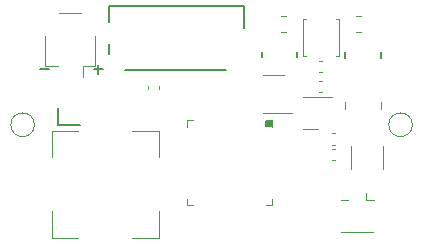
<source format=gbr>
%TF.GenerationSoftware,KiCad,Pcbnew,(5.1.6)-1*%
%TF.CreationDate,2020-08-10T23:05:38-07:00*%
%TF.ProjectId,Wire-Free-DAQ,57697265-2d46-4726-9565-2d4441512e6b,rev?*%
%TF.SameCoordinates,Original*%
%TF.FileFunction,Legend,Top*%
%TF.FilePolarity,Positive*%
%FSLAX46Y46*%
G04 Gerber Fmt 4.6, Leading zero omitted, Abs format (unit mm)*
G04 Created by KiCad (PCBNEW (5.1.6)-1) date 2020-08-10 23:05:38*
%MOMM*%
%LPD*%
G01*
G04 APERTURE LIST*
%ADD10C,0.120000*%
%ADD11C,0.150000*%
%ADD12C,0.100000*%
G04 APERTURE END LIST*
D10*
X152000000Y-54000000D02*
G75*
G03*
X152000000Y-54000000I-1000000J0D01*
G01*
X120000000Y-54000000D02*
G75*
G03*
X120000000Y-54000000I-1000000J0D01*
G01*
D11*
X120431847Y-49263228D02*
X121193752Y-49263228D01*
X125029247Y-49288628D02*
X125791152Y-49288628D01*
X125410200Y-49669580D02*
X125410200Y-48907676D01*
%TO.C,U1*%
G36*
X140006600Y-54109700D02*
G01*
X139606600Y-54109700D01*
X139606600Y-53709700D01*
X140006600Y-53709700D01*
X140006600Y-54109700D01*
G37*
X140006600Y-54109700D02*
X139606600Y-54109700D01*
X139606600Y-53709700D01*
X140006600Y-53709700D01*
X140006600Y-54109700D01*
D10*
X140086600Y-60789700D02*
X140086600Y-60269700D01*
X139566600Y-60789700D02*
X140086600Y-60789700D01*
X132926600Y-60789700D02*
X132926600Y-60269700D01*
X133446600Y-60789700D02*
X132926600Y-60789700D01*
X132926600Y-53629700D02*
X132926600Y-54149700D01*
X133446600Y-53629700D02*
X132926600Y-53629700D01*
X140086600Y-53629700D02*
X140086600Y-54149700D01*
X139566600Y-53629700D02*
X140086600Y-53629700D01*
%TO.C,J1*%
X123962600Y-44525600D02*
X122082600Y-44525600D01*
X120912600Y-48995600D02*
X121962600Y-48995600D01*
X120912600Y-46495600D02*
X120912600Y-48995600D01*
X124082600Y-48995600D02*
X124082600Y-49985600D01*
X125132600Y-48995600D02*
X124082600Y-48995600D01*
X125132600Y-46495600D02*
X125132600Y-48995600D01*
D12*
%TO.C,C62*%
X129578400Y-50743200D02*
X129578400Y-50993200D01*
X130538400Y-50743200D02*
X130538400Y-50993200D01*
D10*
%TO.C,U5*%
X139318400Y-53037000D02*
X141768400Y-53037000D01*
X141118400Y-49817000D02*
X139318400Y-49817000D01*
D12*
%TO.C,U4*%
X130524400Y-54491600D02*
X128259400Y-54491600D01*
X130524400Y-56756600D02*
X130524400Y-54491600D01*
X130524400Y-63551600D02*
X128259400Y-63551600D01*
X130524400Y-61286600D02*
X130524400Y-63551600D01*
X121464400Y-63551600D02*
X123729400Y-63551600D01*
X121464400Y-61286600D02*
X121464400Y-63551600D01*
X121464400Y-54491600D02*
X123729400Y-54491600D01*
X121464400Y-56756600D02*
X121464400Y-54491600D01*
%TO.C,U2*%
X145828500Y-48145000D02*
X145558500Y-48145000D01*
X145828500Y-45045000D02*
X145828500Y-48145000D01*
X145558500Y-45045000D02*
X145828500Y-45045000D01*
X142728500Y-48145000D02*
X142998500Y-48145000D01*
X142728500Y-45045000D02*
X142728500Y-48145000D01*
X142998500Y-45045000D02*
X142728500Y-45045000D01*
D10*
%TO.C,J3*%
X148738000Y-60397200D02*
X148098000Y-60397200D01*
X145938000Y-60397200D02*
X146578000Y-60397200D01*
X148098000Y-60397200D02*
X148098000Y-59767200D01*
X148688000Y-63117200D02*
X145988000Y-63117200D01*
D11*
%TO.C,Y1*%
X122006600Y-54043200D02*
X123835400Y-54043200D01*
X122006600Y-52544600D02*
X122006600Y-54043200D01*
D10*
%TO.C,U3*%
X145233000Y-51624400D02*
X142733000Y-51624400D01*
X143983000Y-54344400D02*
X142733000Y-54344400D01*
D11*
%TO.C,L8*%
X149320600Y-47824200D02*
X149320600Y-48324200D01*
X146320600Y-48324200D02*
X146320600Y-47824200D01*
%TO.C,L7*%
X142259400Y-47798800D02*
X142259400Y-48298800D01*
X139259400Y-48298800D02*
X139259400Y-47798800D01*
D12*
%TO.C,L6*%
X149498400Y-57716600D02*
X149498400Y-55836600D01*
X146798400Y-57716600D02*
X146798400Y-55836600D01*
D10*
%TO.C,L5*%
X149370600Y-52101800D02*
X149370600Y-52631800D01*
X146270600Y-52101800D02*
X146270600Y-52631800D01*
D11*
%TO.C,J8*%
X126342400Y-47180200D02*
X126342400Y-47980200D01*
X136242400Y-49380200D02*
X127642400Y-49380200D01*
X137742400Y-43980200D02*
X137742400Y-45780200D01*
X126342400Y-43980200D02*
X126342400Y-45280200D01*
X137742400Y-43980200D02*
X126342400Y-43980200D01*
D12*
%TO.C,C42*%
X145479600Y-56035000D02*
X145229600Y-56035000D01*
X145479600Y-56995000D02*
X145229600Y-56995000D01*
%TO.C,C40*%
X145479600Y-54714200D02*
X145229600Y-54714200D01*
X145479600Y-55674200D02*
X145229600Y-55674200D01*
%TO.C,C39*%
X147234600Y-46183400D02*
X147644600Y-46183400D01*
X147234600Y-44783400D02*
X147644600Y-44783400D01*
%TO.C,C38*%
X141294600Y-44758000D02*
X140884600Y-44758000D01*
X141294600Y-46158000D02*
X140884600Y-46158000D01*
%TO.C,C35*%
X144382000Y-48610200D02*
X144132000Y-48610200D01*
X144382000Y-49570200D02*
X144132000Y-49570200D01*
%TO.C,C34*%
X144356600Y-50286600D02*
X144106600Y-50286600D01*
X144356600Y-51246600D02*
X144106600Y-51246600D01*
%TD*%
M02*

</source>
